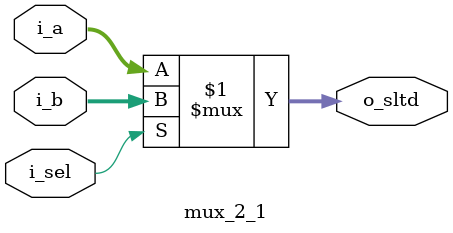
<source format=sv>

module mux_2_1 #(parameter DW = 4)
(
input  logic [DW-1:0] i_a,
input  logic [DW-1:0] i_b,
input  logic          i_sel,
output logic [DW-1:0] o_sltd
);

assign  o_sltd = (i_sel) ? (i_b): (i_a);

endmodule

</source>
